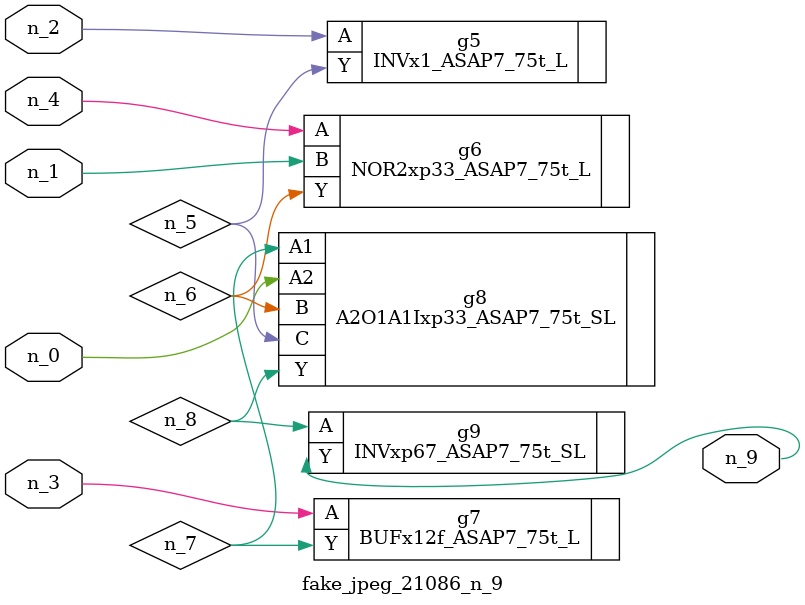
<source format=v>
module fake_jpeg_21086_n_9 (n_3, n_2, n_1, n_0, n_4, n_9);

input n_3;
input n_2;
input n_1;
input n_0;
input n_4;

output n_9;

wire n_8;
wire n_6;
wire n_5;
wire n_7;

INVx1_ASAP7_75t_L g5 ( 
.A(n_2),
.Y(n_5)
);

NOR2xp33_ASAP7_75t_L g6 ( 
.A(n_4),
.B(n_1),
.Y(n_6)
);

BUFx12f_ASAP7_75t_L g7 ( 
.A(n_3),
.Y(n_7)
);

A2O1A1Ixp33_ASAP7_75t_SL g8 ( 
.A1(n_7),
.A2(n_0),
.B(n_6),
.C(n_5),
.Y(n_8)
);

INVxp67_ASAP7_75t_SL g9 ( 
.A(n_8),
.Y(n_9)
);


endmodule
</source>
